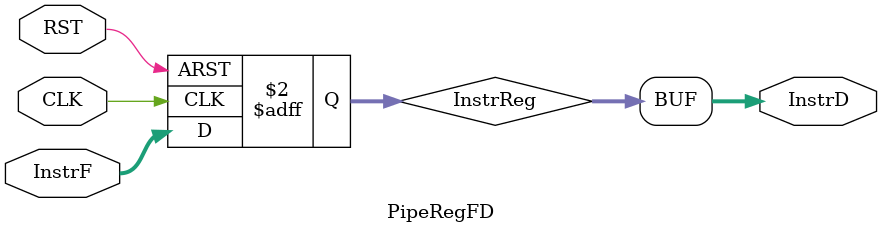
<source format=sv>
module PipeRegFD (
  input logic CLK,       					 	// Clock signal
  input logic RST,
  input logic [31:0] InstrF,   	// Input data
  output logic [31:0] InstrD  	// Output data
);

	//parameter DATA_WIDTH = 32; 					// Define the data width

	logic [31:0] InstrReg;

	always @(posedge CLK or posedge RST) begin
	
		 if (RST) begin
			InstrReg <= 3221225472;  // Reset the register to 0
		 end else begin
			InstrReg <= InstrF; // Store the input data in the register
		 end
		 
   end

	assign InstrD = InstrReg;

endmodule

</source>
